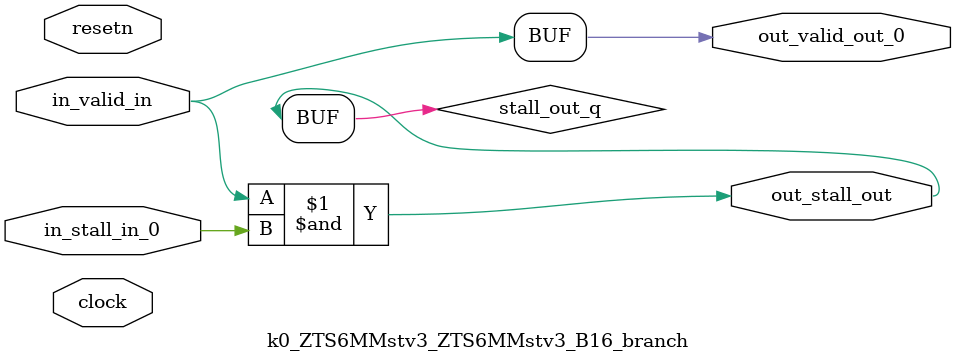
<source format=sv>



(* altera_attribute = "-name AUTO_SHIFT_REGISTER_RECOGNITION OFF; -name MESSAGE_DISABLE 10036; -name MESSAGE_DISABLE 10037; -name MESSAGE_DISABLE 14130; -name MESSAGE_DISABLE 14320; -name MESSAGE_DISABLE 15400; -name MESSAGE_DISABLE 14130; -name MESSAGE_DISABLE 10036; -name MESSAGE_DISABLE 12020; -name MESSAGE_DISABLE 12030; -name MESSAGE_DISABLE 12010; -name MESSAGE_DISABLE 12110; -name MESSAGE_DISABLE 14320; -name MESSAGE_DISABLE 13410; -name MESSAGE_DISABLE 113007; -name MESSAGE_DISABLE 10958" *)
module k0_ZTS6MMstv3_ZTS6MMstv3_B16_branch (
    input wire [0:0] in_stall_in_0,
    input wire [0:0] in_valid_in,
    output wire [0:0] out_stall_out,
    output wire [0:0] out_valid_out_0,
    input wire clock,
    input wire resetn
    );

    wire [0:0] stall_out_q;


    // stall_out(LOGICAL,6)
    assign stall_out_q = in_valid_in & in_stall_in_0;

    // out_stall_out(GPOUT,4)
    assign out_stall_out = stall_out_q;

    // out_valid_out_0(GPOUT,5)
    assign out_valid_out_0 = in_valid_in;

endmodule

</source>
